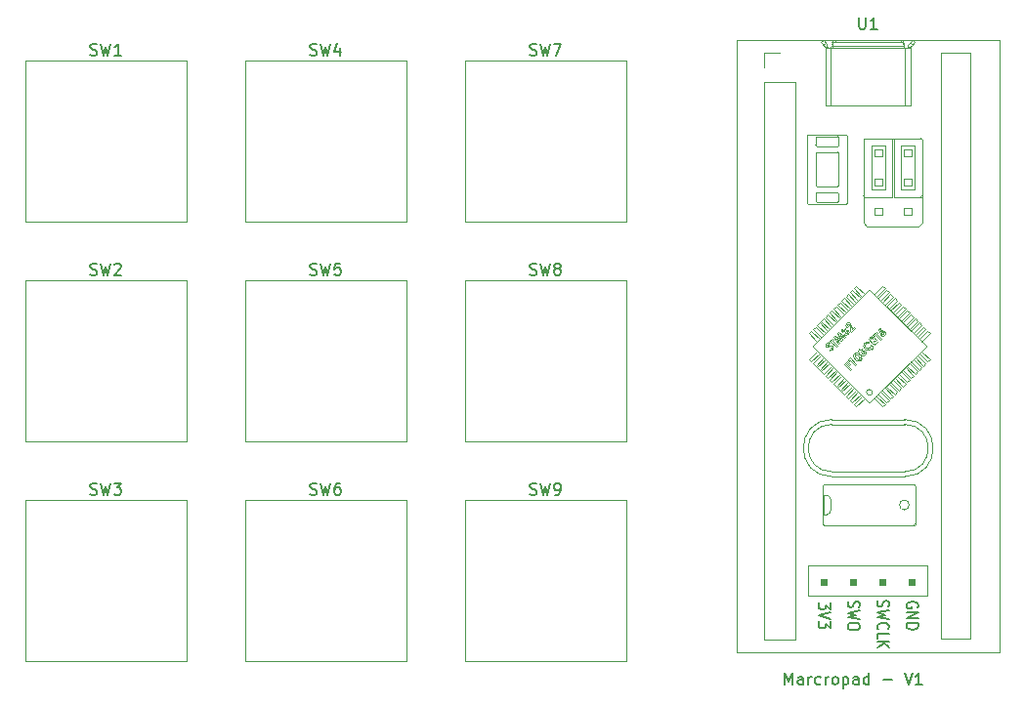
<source format=gbr>
%TF.GenerationSoftware,KiCad,Pcbnew,5.1.8*%
%TF.CreationDate,2021-01-16T11:32:51+01:00*%
%TF.ProjectId,macropad,6d616372-6f70-4616-942e-6b696361645f,rev?*%
%TF.SameCoordinates,Original*%
%TF.FileFunction,Legend,Top*%
%TF.FilePolarity,Positive*%
%FSLAX46Y46*%
G04 Gerber Fmt 4.6, Leading zero omitted, Abs format (unit mm)*
G04 Created by KiCad (PCBNEW 5.1.8) date 2021-01-16 11:32:51*
%MOMM*%
%LPD*%
G01*
G04 APERTURE LIST*
%ADD10C,0.150000*%
%ADD11C,0.120000*%
%ADD12C,0.100000*%
G04 APERTURE END LIST*
D10*
X150281428Y-147452380D02*
X150281428Y-146452380D01*
X150614761Y-147166666D01*
X150948095Y-146452380D01*
X150948095Y-147452380D01*
X151852857Y-147452380D02*
X151852857Y-146928571D01*
X151805238Y-146833333D01*
X151710000Y-146785714D01*
X151519523Y-146785714D01*
X151424285Y-146833333D01*
X151852857Y-147404761D02*
X151757619Y-147452380D01*
X151519523Y-147452380D01*
X151424285Y-147404761D01*
X151376666Y-147309523D01*
X151376666Y-147214285D01*
X151424285Y-147119047D01*
X151519523Y-147071428D01*
X151757619Y-147071428D01*
X151852857Y-147023809D01*
X152329047Y-147452380D02*
X152329047Y-146785714D01*
X152329047Y-146976190D02*
X152376666Y-146880952D01*
X152424285Y-146833333D01*
X152519523Y-146785714D01*
X152614761Y-146785714D01*
X153376666Y-147404761D02*
X153281428Y-147452380D01*
X153090952Y-147452380D01*
X152995714Y-147404761D01*
X152948095Y-147357142D01*
X152900476Y-147261904D01*
X152900476Y-146976190D01*
X152948095Y-146880952D01*
X152995714Y-146833333D01*
X153090952Y-146785714D01*
X153281428Y-146785714D01*
X153376666Y-146833333D01*
X153805238Y-147452380D02*
X153805238Y-146785714D01*
X153805238Y-146976190D02*
X153852857Y-146880952D01*
X153900476Y-146833333D01*
X153995714Y-146785714D01*
X154090952Y-146785714D01*
X154567142Y-147452380D02*
X154471904Y-147404761D01*
X154424285Y-147357142D01*
X154376666Y-147261904D01*
X154376666Y-146976190D01*
X154424285Y-146880952D01*
X154471904Y-146833333D01*
X154567142Y-146785714D01*
X154710000Y-146785714D01*
X154805238Y-146833333D01*
X154852857Y-146880952D01*
X154900476Y-146976190D01*
X154900476Y-147261904D01*
X154852857Y-147357142D01*
X154805238Y-147404761D01*
X154710000Y-147452380D01*
X154567142Y-147452380D01*
X155329047Y-146785714D02*
X155329047Y-147785714D01*
X155329047Y-146833333D02*
X155424285Y-146785714D01*
X155614761Y-146785714D01*
X155710000Y-146833333D01*
X155757619Y-146880952D01*
X155805238Y-146976190D01*
X155805238Y-147261904D01*
X155757619Y-147357142D01*
X155710000Y-147404761D01*
X155614761Y-147452380D01*
X155424285Y-147452380D01*
X155329047Y-147404761D01*
X156662380Y-147452380D02*
X156662380Y-146928571D01*
X156614761Y-146833333D01*
X156519523Y-146785714D01*
X156329047Y-146785714D01*
X156233809Y-146833333D01*
X156662380Y-147404761D02*
X156567142Y-147452380D01*
X156329047Y-147452380D01*
X156233809Y-147404761D01*
X156186190Y-147309523D01*
X156186190Y-147214285D01*
X156233809Y-147119047D01*
X156329047Y-147071428D01*
X156567142Y-147071428D01*
X156662380Y-147023809D01*
X157567142Y-147452380D02*
X157567142Y-146452380D01*
X157567142Y-147404761D02*
X157471904Y-147452380D01*
X157281428Y-147452380D01*
X157186190Y-147404761D01*
X157138571Y-147357142D01*
X157090952Y-147261904D01*
X157090952Y-146976190D01*
X157138571Y-146880952D01*
X157186190Y-146833333D01*
X157281428Y-146785714D01*
X157471904Y-146785714D01*
X157567142Y-146833333D01*
X158805238Y-147071428D02*
X159567142Y-147071428D01*
X160662380Y-146452380D02*
X160995714Y-147452380D01*
X161329047Y-146452380D01*
X162186190Y-147452380D02*
X161614761Y-147452380D01*
X161900476Y-147452380D02*
X161900476Y-146452380D01*
X161805238Y-146595238D01*
X161710000Y-146690476D01*
X161614761Y-146738095D01*
D11*
%TO.C,SW1*%
X84455000Y-93345000D02*
X98425000Y-93345000D01*
X98425000Y-93345000D02*
X98425000Y-107315000D01*
X98425000Y-107315000D02*
X84455000Y-107315000D01*
X84455000Y-107315000D02*
X84455000Y-93345000D01*
%TO.C,SW2*%
X84455000Y-126365000D02*
X84455000Y-112395000D01*
X98425000Y-126365000D02*
X84455000Y-126365000D01*
X98425000Y-112395000D02*
X98425000Y-126365000D01*
X84455000Y-112395000D02*
X98425000Y-112395000D01*
%TO.C,SW3*%
X84455000Y-145415000D02*
X84455000Y-131445000D01*
X98425000Y-145415000D02*
X84455000Y-145415000D01*
X98425000Y-131445000D02*
X98425000Y-145415000D01*
X84455000Y-131445000D02*
X98425000Y-131445000D01*
%TO.C,SW4*%
X103505000Y-107315000D02*
X103505000Y-93345000D01*
X117475000Y-107315000D02*
X103505000Y-107315000D01*
X117475000Y-93345000D02*
X117475000Y-107315000D01*
X103505000Y-93345000D02*
X117475000Y-93345000D01*
%TO.C,SW5*%
X103505000Y-112395000D02*
X117475000Y-112395000D01*
X117475000Y-112395000D02*
X117475000Y-126365000D01*
X117475000Y-126365000D02*
X103505000Y-126365000D01*
X103505000Y-126365000D02*
X103505000Y-112395000D01*
%TO.C,SW6*%
X103505000Y-131445000D02*
X117475000Y-131445000D01*
X117475000Y-131445000D02*
X117475000Y-145415000D01*
X117475000Y-145415000D02*
X103505000Y-145415000D01*
X103505000Y-145415000D02*
X103505000Y-131445000D01*
%TO.C,SW7*%
X122555000Y-93345000D02*
X136525000Y-93345000D01*
X136525000Y-93345000D02*
X136525000Y-107315000D01*
X136525000Y-107315000D02*
X122555000Y-107315000D01*
X122555000Y-107315000D02*
X122555000Y-93345000D01*
%TO.C,SW8*%
X122555000Y-112395000D02*
X136525000Y-112395000D01*
X136525000Y-112395000D02*
X136525000Y-126365000D01*
X136525000Y-126365000D02*
X122555000Y-126365000D01*
X122555000Y-126365000D02*
X122555000Y-112395000D01*
%TO.C,SW9*%
X122555000Y-145415000D02*
X122555000Y-131445000D01*
X136525000Y-145415000D02*
X122555000Y-145415000D01*
X136525000Y-131445000D02*
X136525000Y-145415000D01*
X122555000Y-131445000D02*
X136525000Y-131445000D01*
%TO.C,U1*%
X148530000Y-92650000D02*
X149860000Y-92650000D01*
X148530000Y-93980000D02*
X148530000Y-92650000D01*
X163830000Y-143510000D02*
X163830000Y-92710000D01*
X166370000Y-143510000D02*
X163830000Y-143510000D01*
X166370000Y-92710000D02*
X166370000Y-143510000D01*
X163830000Y-92710000D02*
X166370000Y-92710000D01*
X148530000Y-143570000D02*
X148530000Y-95250000D01*
X151190000Y-143570000D02*
X148530000Y-143570000D01*
X151190000Y-95250000D02*
X151190000Y-143570000D01*
X148530000Y-95250000D02*
X151190000Y-95250000D01*
D12*
G36*
X161043620Y-138275060D02*
G01*
X161043620Y-138783060D01*
X161551620Y-138783060D01*
X161551620Y-138275060D01*
X161043620Y-138275060D01*
G37*
X161043620Y-138275060D02*
X161043620Y-138783060D01*
X161551620Y-138783060D01*
X161551620Y-138275060D01*
X161043620Y-138275060D01*
G36*
X158503620Y-138275060D02*
G01*
X158503620Y-138783060D01*
X159011620Y-138783060D01*
X159011620Y-138275060D01*
X158503620Y-138275060D01*
G37*
X158503620Y-138275060D02*
X158503620Y-138783060D01*
X159011620Y-138783060D01*
X159011620Y-138275060D01*
X158503620Y-138275060D01*
G36*
X155963620Y-138275060D02*
G01*
X155963620Y-138783060D01*
X156471620Y-138783060D01*
X156471620Y-138275060D01*
X155963620Y-138275060D01*
G37*
X155963620Y-138275060D02*
X155963620Y-138783060D01*
X156471620Y-138783060D01*
X156471620Y-138275060D01*
X155963620Y-138275060D01*
G36*
X153423620Y-138275060D02*
G01*
X153423620Y-138783060D01*
X153931620Y-138783060D01*
X153931620Y-138275060D01*
X153423620Y-138275060D01*
G37*
X153423620Y-138275060D02*
X153423620Y-138783060D01*
X153931620Y-138783060D01*
X153931620Y-138275060D01*
X153423620Y-138275060D01*
D11*
X162620000Y-137100000D02*
X152340000Y-137100000D01*
X162620000Y-139760000D02*
X162620000Y-137100000D01*
X152340000Y-139760000D02*
X162620000Y-139760000D01*
X152340000Y-137100000D02*
X152340000Y-139760000D01*
X146105000Y-144685000D02*
X146105000Y-91535000D01*
X168855000Y-144685000D02*
X146105000Y-144685000D01*
X168855000Y-91535000D02*
X168855000Y-144685000D01*
X146105000Y-91535000D02*
X168855000Y-91535000D01*
X157557586Y-117835152D02*
X157415003Y-117856234D01*
X157415003Y-117856234D02*
X157320255Y-117918229D01*
X157909227Y-118051449D02*
X157875512Y-118249237D01*
X157875512Y-118249237D02*
X157784825Y-118378337D01*
X157228786Y-117819323D02*
X157402176Y-117715568D01*
X157402176Y-117715568D02*
X157560667Y-117698639D01*
X155955335Y-116499978D02*
X155940050Y-116348478D01*
X155940050Y-116348478D02*
X155887025Y-116242569D01*
X155747112Y-116241400D02*
X155722298Y-116287327D01*
X155722298Y-116287327D02*
X155725551Y-116339758D01*
X155725551Y-116339758D02*
X155768891Y-116409996D01*
X161176427Y-92251500D02*
X161171486Y-92259669D01*
X161171486Y-92259669D02*
X161169896Y-92260000D01*
X153783572Y-92251500D02*
X153788513Y-92259669D01*
X153788513Y-92259669D02*
X153790103Y-92260000D01*
X154193623Y-118393210D02*
X154284185Y-118403743D01*
X154284185Y-118403743D02*
X154318932Y-118394597D01*
X154318932Y-118394597D02*
X154348515Y-118374300D01*
X154272026Y-118095962D02*
X154378398Y-118114959D01*
X154378398Y-118114959D02*
X154448483Y-118162784D01*
X154142524Y-118103080D02*
X154214997Y-118098084D01*
X154214997Y-118098084D02*
X154272026Y-118095962D01*
X154002080Y-118106692D02*
X154080755Y-118106718D01*
X154080755Y-118106718D02*
X154142524Y-118103080D01*
X153967872Y-118090119D02*
X153985741Y-118102121D01*
X153985741Y-118102121D02*
X154002080Y-118106692D01*
X161065021Y-131882809D02*
G75*
G03*
X161065021Y-131882809I-425876J0D01*
G01*
X155231761Y-116851938D02*
X155191271Y-116780832D01*
X155191271Y-116780832D02*
X155178962Y-116717762D01*
X155178962Y-116717762D02*
X155199459Y-116617095D01*
X155199459Y-116617095D02*
X155246847Y-116551290D01*
X155711842Y-116856081D02*
X155687332Y-116838131D01*
X155687332Y-116838131D02*
X155658451Y-116828751D01*
X155658451Y-116828751D02*
X155598152Y-116833606D01*
X155598152Y-116833606D02*
X155496927Y-116899532D01*
X155408538Y-116811144D02*
X155460222Y-116732287D01*
X155460222Y-116732287D02*
X155465137Y-116685506D01*
X155465137Y-116685506D02*
X155458399Y-116662842D01*
X155458399Y-116662842D02*
X155444871Y-116643503D01*
X157864498Y-122128576D02*
G75*
G03*
X157864498Y-122128576I-250000J0D01*
G01*
X158635457Y-117196037D02*
X158577659Y-117107483D01*
X158577659Y-117107483D02*
X158548449Y-117029140D01*
X157992729Y-117355603D02*
X158042435Y-117435782D01*
X158042435Y-117435782D02*
X158055514Y-117509327D01*
X157904872Y-117934058D02*
X157842608Y-117825031D01*
X157842608Y-117825031D02*
X157839112Y-117725729D01*
X157839112Y-117725729D02*
X157746495Y-117703372D01*
X157746495Y-117703372D02*
X157685282Y-117660075D01*
X157228786Y-117819323D02*
X157402176Y-117715568D01*
X157402176Y-117715568D02*
X157560667Y-117698639D01*
X157557586Y-117835152D02*
X157415003Y-117856234D01*
X157415003Y-117856234D02*
X157320255Y-117918229D01*
X157909227Y-118051449D02*
X157875512Y-118249237D01*
X157875512Y-118249237D02*
X157784825Y-118378337D01*
X156693569Y-118640102D02*
X156653079Y-118568996D01*
X156653079Y-118568996D02*
X156640769Y-118505926D01*
X156640769Y-118505926D02*
X156661266Y-118405259D01*
X156661266Y-118405259D02*
X156708654Y-118339455D01*
X157173649Y-118644246D02*
X157149139Y-118626296D01*
X157149139Y-118626296D02*
X157120258Y-118616916D01*
X157120258Y-118616916D02*
X157059959Y-118621770D01*
X157059959Y-118621770D02*
X156958734Y-118687696D01*
X156870345Y-118599308D02*
X156922029Y-118520451D01*
X156922029Y-118520451D02*
X156926944Y-118473670D01*
X156926944Y-118473670D02*
X156920206Y-118451006D01*
X156920206Y-118451006D02*
X156906678Y-118431667D01*
X156224537Y-118967840D02*
X156232776Y-118843010D01*
X156232776Y-118843010D02*
X156287429Y-118760680D01*
X156287429Y-118760680D02*
X156339733Y-118719572D01*
X156339733Y-118719572D02*
X156401348Y-118694728D01*
X156401348Y-118694728D02*
X156467609Y-118690244D01*
X156467609Y-118690244D02*
X156532570Y-118704603D01*
X156532570Y-118704603D02*
X156648459Y-118769465D01*
X156648459Y-118769465D02*
X156748174Y-118857886D01*
X156748174Y-118857886D02*
X156836220Y-118957084D01*
X156836220Y-118957084D02*
X156901233Y-119072190D01*
X156901233Y-119072190D02*
X156916884Y-119136539D01*
X156916884Y-119136539D02*
X156914126Y-119202564D01*
X156914126Y-119202564D02*
X156889035Y-119263696D01*
X156889035Y-119263696D02*
X156847717Y-119315445D01*
X156847717Y-119315445D02*
X156796418Y-119356557D01*
X156796418Y-119356557D02*
X156736026Y-119382241D01*
X156736026Y-119382241D02*
X156670594Y-119387266D01*
X156670594Y-119387266D02*
X156606271Y-119373761D01*
X156606271Y-119373761D02*
X156491315Y-119310602D01*
X156491315Y-119310602D02*
X156392815Y-119223232D01*
X156392815Y-119223232D02*
X156280801Y-119091107D01*
X156280801Y-119091107D02*
X156224537Y-118967840D01*
X155747112Y-116241400D02*
X155722298Y-116287327D01*
X155722298Y-116287327D02*
X155725551Y-116339758D01*
X155725551Y-116339758D02*
X155768891Y-116409996D01*
X155955335Y-116499978D02*
X155940050Y-116348478D01*
X155940050Y-116348478D02*
X155887025Y-116242569D01*
X155231761Y-116851938D02*
X155191271Y-116780832D01*
X155191271Y-116780832D02*
X155178962Y-116717762D01*
X155178962Y-116717762D02*
X155199459Y-116617095D01*
X155199459Y-116617095D02*
X155246847Y-116551290D01*
X155711842Y-116856081D02*
X155687332Y-116838131D01*
X155687332Y-116838131D02*
X155658451Y-116828751D01*
X155658451Y-116828751D02*
X155598152Y-116833606D01*
X155598152Y-116833606D02*
X155496927Y-116899532D01*
X155408538Y-116811144D02*
X155460222Y-116732287D01*
X155460222Y-116732287D02*
X155465137Y-116685506D01*
X155465137Y-116685506D02*
X155458399Y-116662842D01*
X155458399Y-116662842D02*
X155444871Y-116643503D01*
X153967872Y-118090119D02*
X153985741Y-118102121D01*
X153985741Y-118102121D02*
X154002080Y-118106692D01*
X154002080Y-118106692D02*
X154080755Y-118106718D01*
X154080755Y-118106718D02*
X154142524Y-118103080D01*
X154142524Y-118103080D02*
X154214997Y-118098084D01*
X154214997Y-118098084D02*
X154272026Y-118095962D01*
X154272026Y-118095962D02*
X154378398Y-118114959D01*
X154378398Y-118114959D02*
X154448483Y-118162784D01*
X154193623Y-118393210D02*
X154284185Y-118403743D01*
X154284185Y-118403743D02*
X154318932Y-118394597D01*
X154318932Y-118394597D02*
X154348515Y-118374300D01*
X156652987Y-118953074D02*
X156531389Y-118852563D01*
X156531389Y-118852563D02*
X156457089Y-118827809D01*
X156457089Y-118827809D02*
X156418056Y-118832479D01*
X156418056Y-118832479D02*
X156384953Y-118853531D01*
X156384953Y-118853531D02*
X156362581Y-118887552D01*
X156362581Y-118887552D02*
X156356047Y-118927725D01*
X156356047Y-118927725D02*
X156383847Y-119003989D01*
X156383847Y-119003989D02*
X156489064Y-119129107D01*
X156489064Y-119129107D02*
X156608762Y-119226368D01*
X156608762Y-119226368D02*
X156682121Y-119248209D01*
X156682121Y-119248209D02*
X156720038Y-119241859D01*
X156720038Y-119241859D02*
X156752105Y-119220682D01*
X156773777Y-119126132D02*
X156715817Y-119022677D01*
X156715817Y-119022677D02*
X156652987Y-118953074D01*
X157992729Y-117355603D02*
X158042435Y-117435782D01*
X158042435Y-117435782D02*
X158055514Y-117509327D01*
X157839112Y-117725729D02*
X157746495Y-117703372D01*
X157746495Y-117703372D02*
X157685282Y-117660075D01*
X157904872Y-117934058D02*
X157842608Y-117825031D01*
X157842608Y-117825031D02*
X157839112Y-117725729D01*
X156870345Y-118599308D02*
X156922029Y-118520451D01*
X156922029Y-118520451D02*
X156926944Y-118473670D01*
X156926944Y-118473670D02*
X156920206Y-118451006D01*
X156920206Y-118451006D02*
X156906678Y-118431667D01*
X157173649Y-118644246D02*
X157149139Y-118626296D01*
X157149139Y-118626296D02*
X157120258Y-118616916D01*
X157120258Y-118616916D02*
X157059959Y-118621770D01*
X157059959Y-118621770D02*
X156958734Y-118687696D01*
X156640769Y-118505926D02*
X156661266Y-118405259D01*
X156661266Y-118405259D02*
X156708654Y-118339455D01*
X156693569Y-118640102D02*
X156653079Y-118568996D01*
X156653079Y-118568996D02*
X156640769Y-118505926D01*
X156224537Y-118967840D02*
X156232776Y-118843010D01*
X156232776Y-118843010D02*
X156287429Y-118760680D01*
X156392815Y-119223232D02*
X156280801Y-119091107D01*
X156280801Y-119091107D02*
X156224537Y-118967840D01*
X156847717Y-119315445D02*
X156796418Y-119356557D01*
X156796418Y-119356557D02*
X156736026Y-119382241D01*
X156736026Y-119382241D02*
X156670594Y-119387266D01*
X156670594Y-119387266D02*
X156606271Y-119373761D01*
X156606271Y-119373761D02*
X156491315Y-119310602D01*
X156491315Y-119310602D02*
X156392815Y-119223232D01*
X156748174Y-118857886D02*
X156836220Y-118957084D01*
X156836220Y-118957084D02*
X156901233Y-119072190D01*
X156901233Y-119072190D02*
X156916884Y-119136539D01*
X156916884Y-119136539D02*
X156914126Y-119202564D01*
X156914126Y-119202564D02*
X156889035Y-119263696D01*
X156889035Y-119263696D02*
X156847717Y-119315445D01*
X156287429Y-118760680D02*
X156339733Y-118719572D01*
X156339733Y-118719572D02*
X156401348Y-118694728D01*
X156401348Y-118694728D02*
X156467609Y-118690244D01*
X156467609Y-118690244D02*
X156532570Y-118704603D01*
X156532570Y-118704603D02*
X156648459Y-118769465D01*
X156648459Y-118769465D02*
X156748174Y-118857886D01*
X156384953Y-118853531D02*
X156362581Y-118887552D01*
X156362581Y-118887552D02*
X156356047Y-118927725D01*
X156356047Y-118927725D02*
X156383847Y-119003989D01*
X156383847Y-119003989D02*
X156489064Y-119129107D01*
X156652987Y-118953074D02*
X156531389Y-118852563D01*
X156531389Y-118852563D02*
X156457089Y-118827809D01*
X156457089Y-118827809D02*
X156418056Y-118832479D01*
X156418056Y-118832479D02*
X156384953Y-118853531D01*
X156773777Y-119126132D02*
X156715817Y-119022677D01*
X156715817Y-119022677D02*
X156652987Y-118953074D01*
X156489064Y-119129107D02*
X156608762Y-119226368D01*
X156608762Y-119226368D02*
X156682121Y-119248209D01*
X156682121Y-119248209D02*
X156720038Y-119241859D01*
X156720038Y-119241859D02*
X156752105Y-119220682D01*
X158635457Y-117196037D02*
X158577659Y-117107483D01*
X158577659Y-117107483D02*
X158548449Y-117029140D01*
X160320000Y-100760000D02*
X161520000Y-100760000D01*
X160320000Y-104500000D02*
X160320000Y-100760000D01*
X159750000Y-100101400D02*
X159750000Y-105170000D01*
X162090000Y-105170000D02*
X159750000Y-105170000D01*
X162190000Y-100190000D02*
X162190000Y-105070000D01*
X161520000Y-104500000D02*
X160320000Y-104500000D01*
X161520000Y-100760000D02*
X161520000Y-104500000D01*
X155925270Y-120210695D02*
X155394940Y-119680365D01*
X156020458Y-120115508D02*
X155925270Y-120210695D01*
X155782489Y-119877539D02*
X156020458Y-120115508D01*
X155945667Y-119714361D02*
X155782489Y-119877539D01*
X155850480Y-119619173D02*
X155945667Y-119714361D01*
X155687301Y-119782352D02*
X155850480Y-119619173D01*
X155585315Y-119680365D02*
X155687301Y-119782352D01*
X155748493Y-119517187D02*
X155585315Y-119680365D01*
X155653306Y-119421999D02*
X155748493Y-119517187D01*
X155394940Y-119680365D02*
X155653306Y-119421999D01*
X159550000Y-105170000D02*
X157210000Y-105170000D01*
X157780000Y-100760000D02*
X158980000Y-100760000D01*
X157780000Y-104500000D02*
X157780000Y-100760000D01*
X157210000Y-100090000D02*
X162090000Y-100090000D01*
X158980000Y-100760000D02*
X158980000Y-104500000D01*
X159550000Y-105170000D02*
X159550000Y-100101400D01*
X158980000Y-104500000D02*
X157780000Y-104500000D01*
X157110000Y-105070000D02*
X157110000Y-100190000D01*
X157109000Y-100482003D02*
X157109000Y-100671106D01*
X157109000Y-101294503D02*
X157109000Y-101339375D01*
X157109000Y-101211170D02*
X157109000Y-101245124D01*
X157560667Y-117698639D02*
X157557586Y-117835152D01*
X157770483Y-118048049D02*
X157909227Y-118051449D01*
X154096311Y-117729023D02*
X154381874Y-117443460D01*
X154381874Y-117443460D02*
X154477061Y-117538648D01*
X154477061Y-117538648D02*
X154381874Y-117633835D01*
X154381874Y-117633835D02*
X154817016Y-118068978D01*
X154817016Y-118068978D02*
X154721829Y-118164165D01*
X154721829Y-118164165D02*
X154286686Y-117729023D01*
X154286686Y-117729023D02*
X154191499Y-117824210D01*
X154191499Y-117824210D02*
X154096311Y-117729023D01*
X155768891Y-116409996D02*
X155673703Y-116505184D01*
X156092273Y-116490098D02*
X156100347Y-116608870D01*
X156100347Y-116608870D02*
X156278823Y-116430394D01*
X156278823Y-116430394D02*
X156367212Y-116518782D01*
X156367212Y-116518782D02*
X156013658Y-116872336D01*
X156013658Y-116872336D02*
X155965427Y-116824104D01*
X155965427Y-116824104D02*
X155955335Y-116499978D01*
X154367950Y-124902588D02*
X160667950Y-124902588D01*
X160667950Y-129002588D02*
X154367950Y-129002588D01*
X160667950Y-124477588D02*
X154367950Y-124477588D01*
X154367950Y-129427588D02*
X160667950Y-129427588D01*
X154380000Y-92095431D02*
X160580000Y-92095431D01*
X154380000Y-91814789D02*
X154380000Y-92160000D01*
X160330000Y-91753395D02*
X154630000Y-91753395D01*
X160580000Y-91814789D02*
X160580000Y-92160000D01*
X160330000Y-91753395D02*
X160330000Y-91610000D01*
X154630000Y-91753395D02*
X154630000Y-91610000D01*
X160330000Y-91610000D02*
X154630000Y-91610000D01*
X160618464Y-92238825D02*
X154341535Y-92238825D01*
X154280000Y-92260000D02*
X154283589Y-92259936D01*
X160680000Y-92260000D02*
X160676410Y-92259936D01*
X160676410Y-92259936D02*
X160676410Y-97270000D01*
X161169896Y-92260000D02*
X160680000Y-92260000D01*
X161176410Y-92254425D02*
X161176427Y-92251500D01*
X161176410Y-92254425D02*
X161176410Y-97260000D01*
X153790103Y-92260000D02*
X154280000Y-92260000D01*
X161176410Y-97260000D02*
X153783589Y-97260000D01*
X153783589Y-92254425D02*
X153783589Y-97260000D01*
X153783589Y-92254425D02*
X153783572Y-92251500D01*
X154283589Y-92259936D02*
X154283589Y-97270000D01*
X160930011Y-97270000D02*
X154029988Y-97270000D01*
X160939271Y-92160000D02*
X161194927Y-92160000D01*
X160930011Y-92260000D02*
X160930011Y-92255785D01*
X154029988Y-92260000D02*
X154029988Y-92255785D01*
X154020728Y-92160000D02*
X153765072Y-92160000D01*
X161054857Y-91925241D02*
X161332612Y-91610000D01*
X161352215Y-91960469D02*
X161167340Y-91797578D01*
X161332612Y-91610000D02*
X161517487Y-91772892D01*
X161517487Y-91772892D02*
X161238833Y-92089153D01*
X153442512Y-91772892D02*
X153721166Y-92089153D01*
X153627387Y-91610000D02*
X153442512Y-91772892D01*
X153905142Y-91925241D02*
X153627387Y-91610000D01*
X153607784Y-91960469D02*
X153792659Y-91797578D01*
X155617533Y-99782277D02*
X152317533Y-99782277D01*
X152317533Y-105782277D02*
X155617533Y-105782277D01*
X152217533Y-99882277D02*
X152217533Y-105682277D01*
X155717533Y-105682277D02*
X155717533Y-99882277D01*
X152967533Y-100682277D02*
X152967533Y-100032277D01*
X154967533Y-100032277D02*
X154967533Y-100682277D01*
X153067533Y-99932277D02*
X154867533Y-99932277D01*
X154867533Y-100782277D02*
X153067533Y-100782277D01*
X154967533Y-101382277D02*
X154967533Y-104182277D01*
X152967533Y-104182277D02*
X152967533Y-101382277D01*
X153067533Y-101282277D02*
X154867533Y-101282277D01*
X154867533Y-104282277D02*
X153067533Y-104282277D01*
X152967533Y-105532277D02*
X152967533Y-104882277D01*
X154867533Y-105632277D02*
X153067533Y-105632277D01*
X153067533Y-104782277D02*
X154867533Y-104782277D01*
X154967533Y-104882277D02*
X154967533Y-105532277D01*
X155622017Y-99782378D02*
X155617533Y-99782277D01*
X154160159Y-118527174D02*
X154193623Y-118393210D01*
X154112778Y-117854275D02*
X154106722Y-117990576D01*
X153880774Y-131041767D02*
X153694188Y-131041767D01*
X153694188Y-132723851D02*
X153880774Y-132723851D01*
X154280774Y-131441767D02*
X154280774Y-132323851D01*
X153587720Y-130232190D02*
X153587718Y-130232809D01*
X153671800Y-132523851D02*
X153671800Y-131241767D01*
X153587718Y-130232809D02*
X153587718Y-133532809D01*
X161488337Y-130132811D02*
X161487718Y-130132809D01*
X153687718Y-130132809D02*
X153687100Y-130132811D01*
X153687718Y-130132809D02*
X161487718Y-130132809D01*
X161587718Y-130232809D02*
X161587717Y-130232190D01*
X161587718Y-130232809D02*
X161587718Y-133532809D01*
X153687100Y-133632807D02*
X153687718Y-133632809D01*
X153687718Y-133632809D02*
X161487718Y-133632809D01*
X161487718Y-133632809D02*
X161488337Y-133632807D01*
X160087718Y-130122809D02*
X160587718Y-130122809D01*
X155087718Y-130122809D02*
X154587718Y-130122809D01*
X161488666Y-133632804D02*
X161487718Y-133632809D01*
X159191472Y-100089000D02*
X159002369Y-100089000D01*
X161238198Y-103581801D02*
X161238198Y-104218198D01*
X160601801Y-101678198D02*
X160601801Y-101041801D01*
X158698198Y-106121801D02*
X158698198Y-106758198D01*
X158061801Y-106121801D02*
X158698198Y-106121801D01*
X161238198Y-101041801D02*
X161238198Y-101678198D01*
X158698198Y-103581801D02*
X158698198Y-104218198D01*
X158061801Y-103581801D02*
X158698198Y-103581801D01*
X158061801Y-104218198D02*
X158061801Y-103581801D01*
X161238198Y-101678198D02*
X160601801Y-101678198D01*
X160601801Y-104218198D02*
X160601801Y-103581801D01*
X158061801Y-106758198D02*
X158061801Y-106121801D01*
X160601801Y-106758198D02*
X160601801Y-106121801D01*
X160601801Y-103581801D02*
X161238198Y-103581801D01*
X161238198Y-106121801D02*
X161238198Y-106758198D01*
X160601801Y-106121801D02*
X161238198Y-106121801D01*
X158698198Y-106758198D02*
X158061801Y-106758198D01*
X161238198Y-106758198D02*
X160601801Y-106758198D01*
X158698198Y-101678198D02*
X158061801Y-101678198D01*
X158061801Y-101678198D02*
X158061801Y-101041801D01*
X157410000Y-107710000D02*
X161890000Y-107710000D01*
X162190000Y-107410000D02*
X162190000Y-105470000D01*
X161890000Y-107710000D02*
X162190000Y-107410000D01*
X162190000Y-105470000D02*
X162190000Y-105070000D01*
X157110000Y-105070000D02*
X157110000Y-105470000D01*
X157110000Y-107410000D02*
X157410000Y-107710000D01*
X157110000Y-105470000D02*
X157110000Y-107410000D01*
X158698198Y-104218198D02*
X158061801Y-104218198D01*
X161238198Y-104218198D02*
X160601801Y-104218198D01*
X158698198Y-101041801D02*
X158698198Y-101678198D01*
X158061801Y-101041801D02*
X158698198Y-101041801D01*
X160601801Y-101041801D02*
X161238198Y-101041801D01*
X155326949Y-116756751D02*
X155231761Y-116851938D01*
X155442534Y-117117103D02*
X155537721Y-117021916D01*
X155496927Y-116899532D02*
X155408538Y-116811144D01*
X155952466Y-119122839D02*
X156482797Y-119653169D01*
X155035862Y-117850132D02*
X154939400Y-117946594D01*
X154939400Y-117946594D02*
X154498627Y-117326707D01*
X154757418Y-117458652D02*
X155035862Y-117850132D01*
X155202015Y-117683979D02*
X154757418Y-117458652D01*
X155294866Y-117591128D02*
X155202015Y-117683979D01*
X155070177Y-117145893D02*
X155294866Y-117591128D01*
X155461762Y-117424231D02*
X155070177Y-117145893D01*
X155558118Y-117327875D02*
X155461762Y-117424231D01*
X154938125Y-116887209D02*
X155558118Y-117327875D01*
X154840282Y-116985052D02*
X154938125Y-116887209D01*
X155088343Y-117476818D02*
X154840282Y-116985052D01*
X154597426Y-117227907D02*
X155088343Y-117476818D01*
X154498627Y-117326707D02*
X154597426Y-117227907D01*
X155836882Y-119415200D02*
X155805330Y-119269976D01*
X155945667Y-119306415D02*
X155836882Y-119415200D01*
X156387609Y-119748356D02*
X155945667Y-119306415D01*
X156482797Y-119653169D02*
X156387609Y-119748356D01*
X155805330Y-119269976D02*
X155952466Y-119122839D01*
X157564498Y-123028324D02*
X157664498Y-123028324D01*
X152714750Y-118178576D02*
X157564498Y-123028324D01*
X157564498Y-113228829D02*
X152714750Y-118078576D01*
X162514245Y-118178576D02*
X157664498Y-123028324D01*
X162514245Y-118078576D02*
X157664498Y-113228829D01*
X152714750Y-118178576D02*
X152714750Y-118078576D01*
X157664498Y-113228829D02*
X157564498Y-113228829D01*
X162514245Y-118078576D02*
X162514245Y-118178576D01*
X153442568Y-120320607D02*
X154149674Y-119613500D01*
X153796121Y-120674161D02*
X154503228Y-119967054D01*
X159806529Y-122300506D02*
X159099422Y-121593399D01*
X154008253Y-115370860D02*
X154715360Y-116077967D01*
X152594039Y-119472079D02*
X153301146Y-118764972D01*
X161786428Y-115936545D02*
X161079321Y-116643652D01*
X160018661Y-114168778D02*
X159311554Y-114875885D01*
X161574296Y-120532739D02*
X160867189Y-119825632D01*
X153796121Y-115582992D02*
X154503228Y-116290099D01*
X158745868Y-123361166D02*
X158038762Y-122654060D01*
X160018661Y-122088374D02*
X159311554Y-121381267D01*
X154503228Y-114875885D02*
X155210334Y-115582992D01*
X161574296Y-115724413D02*
X160867189Y-116431520D01*
X162493534Y-116643652D02*
X161786428Y-117350759D01*
X152381907Y-119259947D02*
X153089014Y-118552840D01*
X162634956Y-116785073D02*
X161927849Y-117492180D01*
X155422467Y-113956646D02*
X156129573Y-114663753D01*
X160513635Y-121593399D02*
X159806529Y-120886293D01*
X156129573Y-123007613D02*
X156836680Y-122300506D01*
X156483127Y-123361166D02*
X157190233Y-122654060D01*
X156129573Y-113249539D02*
X156836680Y-113956646D01*
X158745868Y-112895986D02*
X158038762Y-113603093D01*
X155210334Y-114168778D02*
X155917441Y-114875885D01*
X160160082Y-121946953D02*
X159452975Y-121239846D01*
X159099422Y-123007613D02*
X158392315Y-122300506D01*
X154715360Y-114663753D02*
X155422467Y-115370860D01*
X159806529Y-113956646D02*
X159099422Y-114663753D01*
X153654700Y-115724413D02*
X154361806Y-116431520D01*
X162847088Y-116997205D02*
X162139981Y-117704312D01*
X159452975Y-122654060D02*
X158745868Y-121946953D01*
X155917441Y-122795481D02*
X156624548Y-122088374D01*
X155068913Y-114310200D02*
X155776020Y-115017306D01*
X159311554Y-113461671D02*
X158604447Y-114168778D01*
X161220742Y-120886293D02*
X160513635Y-120179186D01*
X156270995Y-123149034D02*
X156978101Y-122441928D01*
X162634956Y-119472079D02*
X161927849Y-118764972D01*
X162847088Y-119259947D02*
X162139981Y-118552840D01*
X162281402Y-116431520D02*
X161574296Y-117138627D01*
X161786428Y-120320607D02*
X161079321Y-119613500D01*
X155776020Y-122654060D02*
X156483127Y-121946953D01*
X159452975Y-113603093D02*
X158745868Y-114310200D01*
X154503228Y-121381267D02*
X155210334Y-120674161D01*
X160513635Y-114663753D02*
X159806529Y-115370860D01*
X160725767Y-114875885D02*
X160018661Y-115582992D01*
X159311554Y-122795481D02*
X158604447Y-122088374D01*
X154149674Y-121027714D02*
X154856781Y-120320607D01*
X152735461Y-116643652D02*
X153442568Y-117350759D01*
X160867189Y-121239846D02*
X160160082Y-120532739D01*
X155563888Y-113815225D02*
X156270995Y-114522332D01*
X161432874Y-120674161D02*
X160725767Y-119967054D01*
X154856781Y-114522332D02*
X155563888Y-115229438D01*
X154715360Y-121593399D02*
X155422467Y-120886293D01*
X161079321Y-115229438D02*
X160372214Y-115936545D01*
X161220742Y-115370860D02*
X160513635Y-116077967D01*
X161432874Y-115582992D02*
X160725767Y-116290099D01*
X152735461Y-119613500D02*
X153442568Y-118906394D01*
X155210334Y-122088374D02*
X155917441Y-121381267D01*
X155776020Y-113603093D02*
X156483127Y-114310200D01*
X160372214Y-114522332D02*
X159665107Y-115229438D01*
X153654700Y-120532739D02*
X154361806Y-119825632D01*
X154361806Y-115017306D02*
X155068913Y-115724413D01*
X162139981Y-116290099D02*
X161432874Y-116997205D01*
X152594039Y-116785073D02*
X153301146Y-117492180D01*
X156270995Y-113108118D02*
X156978101Y-113815225D01*
X153089014Y-119967054D02*
X153796121Y-119259947D01*
X152947593Y-119825632D02*
X153654700Y-119118526D01*
X161927849Y-120179186D02*
X161220742Y-119472079D01*
X153301146Y-116077967D02*
X154008253Y-116785073D01*
X154008253Y-120886293D02*
X154715360Y-120179186D01*
X159665107Y-113815225D02*
X158958000Y-114522332D01*
X155422467Y-122300506D02*
X156129573Y-121593399D01*
X160160082Y-114310200D02*
X159452975Y-115017306D01*
X154149674Y-115229438D02*
X154856781Y-115936545D01*
X154856781Y-121734821D02*
X155563888Y-121027714D01*
X155563888Y-122441928D02*
X156270995Y-121734821D01*
X161079321Y-121027714D02*
X160372214Y-120320607D01*
X159665107Y-122441928D02*
X158958000Y-121734821D01*
X156483127Y-112895986D02*
X157190233Y-113603093D01*
X152947593Y-116431520D02*
X153654700Y-117138627D01*
X162281402Y-119825632D02*
X161574296Y-119118526D01*
X160372214Y-121734821D02*
X159665107Y-121027714D01*
X153442568Y-115936545D02*
X154149674Y-116643652D01*
X158958000Y-123149034D02*
X158250894Y-122441928D01*
X162139981Y-119967054D02*
X161432874Y-119259947D01*
X155917441Y-113461671D02*
X156624548Y-114168778D01*
X158958000Y-113108118D02*
X158250894Y-113815225D01*
X153089014Y-116290099D02*
X153796121Y-116997205D01*
X154361806Y-121239846D02*
X155068913Y-120532739D01*
X161927849Y-116077967D02*
X161220742Y-116785073D01*
X153301146Y-120179186D02*
X154008253Y-119472079D01*
X160725767Y-121381267D02*
X160018661Y-120674161D01*
X159099422Y-113249539D02*
X158392315Y-113956646D01*
X155068913Y-121946953D02*
X155776020Y-121239846D01*
X160867189Y-115017306D02*
X160160082Y-115724413D01*
X162493534Y-119613500D02*
X161786428Y-118906394D01*
X152381907Y-116997205D02*
X153089014Y-117704312D01*
X160372214Y-121734821D02*
X160160082Y-121946953D01*
X152947593Y-119825632D02*
X152735461Y-119613500D01*
X155068913Y-121946953D02*
X154856781Y-121734821D01*
X160018661Y-114168778D02*
X159806529Y-113956646D01*
X155068913Y-114310200D02*
X154856781Y-114522332D01*
X162493534Y-116643652D02*
X162281402Y-116431520D01*
X160018661Y-122088374D02*
X159806529Y-122300506D01*
X161786428Y-120320607D02*
X161574296Y-120532739D01*
X154715360Y-121593399D02*
X154503228Y-121381267D01*
X162139981Y-119967054D02*
X161927849Y-120179186D01*
X155776020Y-122654060D02*
X155563888Y-122441928D01*
X152594039Y-116785073D02*
X152381907Y-116997205D01*
X155422467Y-113956646D02*
X155210334Y-114168778D01*
X162847088Y-119259947D02*
X162634956Y-119472079D01*
X152594039Y-119472079D02*
X152381907Y-119259947D01*
X154008253Y-115370860D02*
X153796121Y-115582992D01*
X159665107Y-122441928D02*
X159452975Y-122654060D01*
X154008253Y-120886293D02*
X153796121Y-120674161D01*
X161432874Y-115582992D02*
X161220742Y-115370860D01*
X159665107Y-113815225D02*
X159452975Y-113603093D01*
X160372214Y-114522332D02*
X160160082Y-114310200D01*
X162139981Y-116290099D02*
X161927849Y-116077967D01*
X156129573Y-113249539D02*
X155917441Y-113461671D01*
X155422467Y-122300506D02*
X155210334Y-122088374D01*
X161786428Y-115936545D02*
X161574296Y-115724413D01*
X161432874Y-120674161D02*
X161220742Y-120886293D01*
X161079321Y-115229438D02*
X160867189Y-115017306D01*
X154361806Y-115017306D02*
X154149674Y-115229438D01*
X153654700Y-115724413D02*
X153442568Y-115936545D01*
X162847088Y-116997205D02*
X162634956Y-116785073D01*
X153301146Y-116077967D02*
X153089014Y-116290099D01*
X160725767Y-121381267D02*
X160513635Y-121593399D01*
X158958000Y-113108118D02*
X158745868Y-112895986D01*
X160725767Y-114875885D02*
X160513635Y-114663753D01*
X153654700Y-120532739D02*
X153442568Y-120320607D01*
X158958000Y-123149034D02*
X158745868Y-123361166D01*
X155776020Y-113603093D02*
X155563888Y-113815225D01*
X161079321Y-121027714D02*
X160867189Y-121239846D01*
X156129573Y-123007613D02*
X155917441Y-122795481D01*
X159311554Y-113461671D02*
X159099422Y-113249539D01*
X153301146Y-120179186D02*
X153089014Y-119967054D01*
X162493534Y-119613500D02*
X162281402Y-119825632D01*
X154361806Y-121239846D02*
X154149674Y-121027714D01*
X156483127Y-112895986D02*
X156270995Y-113108118D01*
X154715360Y-114663753D02*
X154503228Y-114875885D01*
X159311554Y-122795481D02*
X159099422Y-123007613D01*
X152947593Y-116431520D02*
X152735461Y-116643652D01*
X156483127Y-123361166D02*
X156270995Y-123149034D01*
X158019394Y-117246286D02*
X157924207Y-117151099D01*
X158114581Y-117151099D02*
X158019394Y-117246286D01*
X158549724Y-117586241D02*
X158114581Y-117151099D01*
X158644912Y-117491054D02*
X158549724Y-117586241D01*
X158209769Y-117055911D02*
X158644912Y-117491054D01*
X158304956Y-116960724D02*
X158209769Y-117055911D01*
X158209769Y-116865536D02*
X158304956Y-116960724D01*
X157924207Y-117151099D02*
X158209769Y-116865536D01*
X156958734Y-118687696D02*
X156870345Y-118599308D01*
X156904341Y-118905267D02*
X156999528Y-118810080D01*
X156788756Y-118544915D02*
X156693569Y-118640102D01*
X158418416Y-116629692D02*
X158545368Y-116588154D01*
X158545368Y-116588154D02*
X158634607Y-116862243D01*
X158548449Y-117029140D02*
X158418416Y-116629692D01*
X154967533Y-100682277D02*
X154867533Y-100782277D01*
X156773777Y-119126132D02*
G75*
G02*
X156752105Y-119220682I-86999J-29818D01*
G01*
X158003884Y-117669743D02*
G75*
G02*
X158163556Y-117662413I83381J-73551D01*
G01*
X157991454Y-117830265D02*
G75*
G02*
X158003884Y-117669743I85459J74125D01*
G01*
X158152295Y-117820491D02*
G75*
G02*
X157991454Y-117830265I-85101J72131D01*
G01*
X158163557Y-117662413D02*
G75*
G02*
X158152295Y-117820492I-76930J-73960D01*
G01*
X157783232Y-117455253D02*
G75*
G02*
X157902109Y-117455359I59390J-54157D01*
G01*
X157787268Y-117571688D02*
G75*
G02*
X157783231Y-117455252I52612J60112D01*
G01*
X157907421Y-117575831D02*
G75*
G02*
X157787268Y-117571687I-58093J59580D01*
G01*
X157902109Y-117455359D02*
G75*
G02*
X157907421Y-117575830I-53569J-62715D01*
G01*
X158861951Y-116960192D02*
G75*
G02*
X158868326Y-117104461I-67280J-75248D01*
G01*
X158868326Y-117104460D02*
G75*
G02*
X158725970Y-117096175I-67058J74927D01*
G01*
X158725971Y-117096174D02*
G75*
G02*
X158718427Y-116955200I64740J74153D01*
G01*
X158718427Y-116955200D02*
G75*
G02*
X158861952Y-116960193I69397J-70493D01*
G01*
X156803204Y-118435280D02*
G75*
G02*
X156906678Y-118431667I53417J-46311D01*
G01*
X157173649Y-118644245D02*
G75*
G02*
X157167594Y-118805193I-79814J-77585D01*
G01*
X157167593Y-118805193D02*
G75*
G02*
X156999528Y-118810080I-86530J83460D01*
G01*
X157257575Y-118905586D02*
G75*
G02*
X156904341Y-118905267I-176464J169650D01*
G01*
X157269792Y-118550015D02*
G75*
G02*
X157257576Y-118905586I-176853J-171919D01*
G01*
X157035968Y-118512513D02*
G75*
G02*
X157269793Y-118550014I92758J-169355D01*
G01*
X156995810Y-118330425D02*
G75*
G02*
X157035967Y-118512513I-122238J-122430D01*
G01*
X156708655Y-118339455D02*
G75*
G02*
X156995810Y-118330425I148000J-136122D01*
G01*
X156788756Y-118544915D02*
G75*
G02*
X156803204Y-118435279I80733J45131D01*
G01*
X157690381Y-117357727D02*
G75*
G02*
X157992729Y-117355603I152180J-142157D01*
G01*
X157685282Y-117660076D02*
G75*
G02*
X157690381Y-117357728I143427J148798D01*
G01*
X158248438Y-117914723D02*
G75*
G02*
X157904872Y-117934058I-180054J137298D01*
G01*
X158265224Y-117573706D02*
G75*
G02*
X158248439Y-117914723I-161978J-162949D01*
G01*
X158055515Y-117509327D02*
G75*
G02*
X158265224Y-117573706I46184J-223304D01*
G01*
X158965320Y-117197842D02*
G75*
G02*
X158635457Y-117196037I-164030J165584D01*
G01*
X158962558Y-116870423D02*
G75*
G02*
X158965319Y-117197843I-159052J-165063D01*
G01*
X158634607Y-116862243D02*
G75*
G02*
X158962557Y-116870423I159994J-163695D01*
G01*
X155326949Y-116756751D02*
G75*
G02*
X155341397Y-116647115I80733J45131D01*
G01*
X155341397Y-116647116D02*
G75*
G02*
X155444871Y-116643503I53417J-46311D01*
G01*
X155711842Y-116856081D02*
G75*
G02*
X155705786Y-117017029I-79814J-77585D01*
G01*
X155705786Y-117017029D02*
G75*
G02*
X155537721Y-117021916I-86530J83460D01*
G01*
X155795769Y-117117422D02*
G75*
G02*
X155442534Y-117117103I-176465J169651D01*
G01*
X155807986Y-116761851D02*
G75*
G02*
X155795768Y-117117422I-176854J-171918D01*
G01*
X155574161Y-116724349D02*
G75*
G02*
X155807986Y-116761850I92758J-169355D01*
G01*
X155534003Y-116542261D02*
G75*
G02*
X155574160Y-116724349I-122238J-122430D01*
G01*
X155246846Y-116551290D02*
G75*
G02*
X155534003Y-116542260I148001J-136123D01*
G01*
X153694188Y-132723851D02*
G75*
G02*
X153671800Y-132523851I422948J148598D01*
G01*
X153671801Y-131241767D02*
G75*
G02*
X153694188Y-131041767I463456J49374D01*
G01*
X161488337Y-130132810D02*
G75*
G02*
X161587717Y-130232190I-619J-99999D01*
G01*
X153687099Y-133632807D02*
G75*
G02*
X153587720Y-133533428I619J99998D01*
G01*
X153587720Y-130232189D02*
G75*
G02*
X153687100Y-130132811I99998J-620D01*
G01*
X161587716Y-133533428D02*
G75*
G02*
X161488337Y-133632807I-99998J619D01*
G01*
X154280774Y-132323851D02*
G75*
G02*
X153880774Y-132723851I-400000J0D01*
G01*
X153880774Y-131041767D02*
G75*
G02*
X154280774Y-131441767I0J-400000D01*
G01*
X153976053Y-118012461D02*
G75*
G02*
X154106722Y-117990576I84783J-105181D01*
G01*
X153967872Y-118090118D02*
G75*
G02*
X153976052Y-118012460I43125J34717D01*
G01*
X154448483Y-118162784D02*
G75*
G02*
X154440197Y-118472993I-148378J-151252D01*
G01*
X154440197Y-118472993D02*
G75*
G02*
X154160159Y-118527174I-179110J174957D01*
G01*
X154358820Y-118263497D02*
G75*
G02*
X154348515Y-118374300I-61156J-50193D01*
G01*
X154197023Y-118242355D02*
G75*
G02*
X154358820Y-118263496I55616J-204064D01*
G01*
X154197023Y-118242355D02*
G75*
G02*
X153877253Y-118189874I-108634J338518D01*
G01*
X153877252Y-118189875D02*
G75*
G02*
X153881927Y-117916210I136546J134540D01*
G01*
X153881927Y-117916211D02*
G75*
G02*
X154112778Y-117854275I175251J-192017D01*
G01*
X152967533Y-104882277D02*
G75*
G02*
X153067533Y-104782277I100000J0D01*
G01*
X154867533Y-104782277D02*
G75*
G02*
X154967533Y-104882277I0J-100000D01*
G01*
X154967533Y-105532277D02*
G75*
G02*
X154867533Y-105632277I-100000J0D01*
G01*
X153067533Y-105632277D02*
G75*
G02*
X152967533Y-105532277I0J100000D01*
G01*
X153067533Y-104282277D02*
G75*
G02*
X152967533Y-104182277I0J100000D01*
G01*
X154867533Y-101282277D02*
G75*
G02*
X154967533Y-101382277I0J-100000D01*
G01*
X152967533Y-101382277D02*
G75*
G02*
X153067533Y-101282277I100000J0D01*
G01*
X154967533Y-104182277D02*
G75*
G02*
X154867533Y-104282277I-100000J0D01*
G01*
X152967533Y-100032277D02*
G75*
G02*
X153067533Y-99932277I100000J0D01*
G01*
X154867533Y-99932277D02*
G75*
G02*
X154967533Y-100032277I0J-100000D01*
G01*
X153067533Y-100782277D02*
G75*
G02*
X152967533Y-100682277I0J100000D01*
G01*
X155717533Y-105682277D02*
G75*
G02*
X155617533Y-105782277I-100000J0D01*
G01*
X152217533Y-99882277D02*
G75*
G02*
X152317533Y-99782277I100000J0D01*
G01*
X155617533Y-99782277D02*
G75*
G02*
X155717533Y-99882277I0J-100000D01*
G01*
X152317533Y-105782277D02*
G75*
G02*
X152217533Y-105682277I0J100000D01*
G01*
X153905142Y-91925241D02*
G75*
G02*
X154029988Y-92255785I-375154J-330544D01*
G01*
X153721166Y-92089153D02*
G75*
G02*
X153783572Y-92251500I-187577J-165272D01*
G01*
X161176427Y-92251500D02*
G75*
G02*
X161238833Y-92089153I249983J-2925D01*
G01*
X160930011Y-92255785D02*
G75*
G02*
X161054857Y-91925241I500000J0D01*
G01*
X154380000Y-92160001D02*
G75*
G02*
X154283589Y-92259936I-100000J1D01*
G01*
X160676410Y-92259937D02*
G75*
G02*
X160579999Y-92160000I3590J99937D01*
G01*
X154379999Y-91814788D02*
G75*
G02*
X154630000Y-91610000I229439J-25102D01*
G01*
X160330000Y-91610001D02*
G75*
G02*
X160579999Y-91814789I20561J-229889D01*
G01*
X160330000Y-91753395D02*
G75*
G02*
X160579999Y-91958183I20561J-229889D01*
G01*
X154380000Y-91958182D02*
G75*
G02*
X154630000Y-91753395I229438J-25102D01*
G01*
X154367950Y-129427588D02*
G75*
G02*
X154367950Y-124477588I0J2475000D01*
G01*
X160667950Y-124477588D02*
G75*
G02*
X160667950Y-129427588I0J-2475000D01*
G01*
X160667950Y-124902588D02*
G75*
G02*
X160667950Y-129002588I0J-2050000D01*
G01*
X154367950Y-129002588D02*
G75*
G02*
X154367950Y-124902588I0J2050000D01*
G01*
X155747113Y-116241400D02*
G75*
G02*
X155887025Y-116242569I69414J-65451D01*
G01*
X155975519Y-116140688D02*
G75*
G02*
X156092273Y-116490098I-396693J-326764D01*
G01*
X155657342Y-116140794D02*
G75*
G02*
X155975520Y-116140688I159141J-155962D01*
G01*
X155673703Y-116505184D02*
G75*
G02*
X155657343Y-116140794I162874J189875D01*
G01*
X157229848Y-118374088D02*
G75*
G02*
X157228786Y-117819323I267339J277896D01*
G01*
X157784825Y-118378337D02*
G75*
G02*
X157229848Y-118374088I-275521J259124D01*
G01*
X157770483Y-118048049D02*
G75*
G02*
X157689213Y-118283574I-288568J-32211D01*
G01*
X157689213Y-118283574D02*
G75*
G02*
X157324823Y-118278688I-179915J172477D01*
G01*
X157324823Y-118278689D02*
G75*
G02*
X157320255Y-117918229I172075J182440D01*
G01*
X157210000Y-105170000D02*
G75*
G02*
X157110000Y-105070000I0J100000D01*
G01*
X157110000Y-100190000D02*
G75*
G02*
X157210000Y-100090000I100000J0D01*
G01*
X162189999Y-105070000D02*
G75*
G02*
X162090000Y-105169999I-99999J0D01*
G01*
X162090000Y-100090000D02*
G75*
G02*
X162190000Y-100190000I0J-100000D01*
G01*
%TO.C,SW1*%
D10*
X90106666Y-92860761D02*
X90249523Y-92908380D01*
X90487619Y-92908380D01*
X90582857Y-92860761D01*
X90630476Y-92813142D01*
X90678095Y-92717904D01*
X90678095Y-92622666D01*
X90630476Y-92527428D01*
X90582857Y-92479809D01*
X90487619Y-92432190D01*
X90297142Y-92384571D01*
X90201904Y-92336952D01*
X90154285Y-92289333D01*
X90106666Y-92194095D01*
X90106666Y-92098857D01*
X90154285Y-92003619D01*
X90201904Y-91956000D01*
X90297142Y-91908380D01*
X90535238Y-91908380D01*
X90678095Y-91956000D01*
X91011428Y-91908380D02*
X91249523Y-92908380D01*
X91440000Y-92194095D01*
X91630476Y-92908380D01*
X91868571Y-91908380D01*
X92773333Y-92908380D02*
X92201904Y-92908380D01*
X92487619Y-92908380D02*
X92487619Y-91908380D01*
X92392380Y-92051238D01*
X92297142Y-92146476D01*
X92201904Y-92194095D01*
%TO.C,SW2*%
X90106666Y-111910761D02*
X90249523Y-111958380D01*
X90487619Y-111958380D01*
X90582857Y-111910761D01*
X90630476Y-111863142D01*
X90678095Y-111767904D01*
X90678095Y-111672666D01*
X90630476Y-111577428D01*
X90582857Y-111529809D01*
X90487619Y-111482190D01*
X90297142Y-111434571D01*
X90201904Y-111386952D01*
X90154285Y-111339333D01*
X90106666Y-111244095D01*
X90106666Y-111148857D01*
X90154285Y-111053619D01*
X90201904Y-111006000D01*
X90297142Y-110958380D01*
X90535238Y-110958380D01*
X90678095Y-111006000D01*
X91011428Y-110958380D02*
X91249523Y-111958380D01*
X91440000Y-111244095D01*
X91630476Y-111958380D01*
X91868571Y-110958380D01*
X92201904Y-111053619D02*
X92249523Y-111006000D01*
X92344761Y-110958380D01*
X92582857Y-110958380D01*
X92678095Y-111006000D01*
X92725714Y-111053619D01*
X92773333Y-111148857D01*
X92773333Y-111244095D01*
X92725714Y-111386952D01*
X92154285Y-111958380D01*
X92773333Y-111958380D01*
%TO.C,SW3*%
X90106666Y-130960761D02*
X90249523Y-131008380D01*
X90487619Y-131008380D01*
X90582857Y-130960761D01*
X90630476Y-130913142D01*
X90678095Y-130817904D01*
X90678095Y-130722666D01*
X90630476Y-130627428D01*
X90582857Y-130579809D01*
X90487619Y-130532190D01*
X90297142Y-130484571D01*
X90201904Y-130436952D01*
X90154285Y-130389333D01*
X90106666Y-130294095D01*
X90106666Y-130198857D01*
X90154285Y-130103619D01*
X90201904Y-130056000D01*
X90297142Y-130008380D01*
X90535238Y-130008380D01*
X90678095Y-130056000D01*
X91011428Y-130008380D02*
X91249523Y-131008380D01*
X91440000Y-130294095D01*
X91630476Y-131008380D01*
X91868571Y-130008380D01*
X92154285Y-130008380D02*
X92773333Y-130008380D01*
X92440000Y-130389333D01*
X92582857Y-130389333D01*
X92678095Y-130436952D01*
X92725714Y-130484571D01*
X92773333Y-130579809D01*
X92773333Y-130817904D01*
X92725714Y-130913142D01*
X92678095Y-130960761D01*
X92582857Y-131008380D01*
X92297142Y-131008380D01*
X92201904Y-130960761D01*
X92154285Y-130913142D01*
%TO.C,SW4*%
X109156666Y-92860761D02*
X109299523Y-92908380D01*
X109537619Y-92908380D01*
X109632857Y-92860761D01*
X109680476Y-92813142D01*
X109728095Y-92717904D01*
X109728095Y-92622666D01*
X109680476Y-92527428D01*
X109632857Y-92479809D01*
X109537619Y-92432190D01*
X109347142Y-92384571D01*
X109251904Y-92336952D01*
X109204285Y-92289333D01*
X109156666Y-92194095D01*
X109156666Y-92098857D01*
X109204285Y-92003619D01*
X109251904Y-91956000D01*
X109347142Y-91908380D01*
X109585238Y-91908380D01*
X109728095Y-91956000D01*
X110061428Y-91908380D02*
X110299523Y-92908380D01*
X110490000Y-92194095D01*
X110680476Y-92908380D01*
X110918571Y-91908380D01*
X111728095Y-92241714D02*
X111728095Y-92908380D01*
X111490000Y-91860761D02*
X111251904Y-92575047D01*
X111870952Y-92575047D01*
%TO.C,SW5*%
X109156666Y-111910761D02*
X109299523Y-111958380D01*
X109537619Y-111958380D01*
X109632857Y-111910761D01*
X109680476Y-111863142D01*
X109728095Y-111767904D01*
X109728095Y-111672666D01*
X109680476Y-111577428D01*
X109632857Y-111529809D01*
X109537619Y-111482190D01*
X109347142Y-111434571D01*
X109251904Y-111386952D01*
X109204285Y-111339333D01*
X109156666Y-111244095D01*
X109156666Y-111148857D01*
X109204285Y-111053619D01*
X109251904Y-111006000D01*
X109347142Y-110958380D01*
X109585238Y-110958380D01*
X109728095Y-111006000D01*
X110061428Y-110958380D02*
X110299523Y-111958380D01*
X110490000Y-111244095D01*
X110680476Y-111958380D01*
X110918571Y-110958380D01*
X111775714Y-110958380D02*
X111299523Y-110958380D01*
X111251904Y-111434571D01*
X111299523Y-111386952D01*
X111394761Y-111339333D01*
X111632857Y-111339333D01*
X111728095Y-111386952D01*
X111775714Y-111434571D01*
X111823333Y-111529809D01*
X111823333Y-111767904D01*
X111775714Y-111863142D01*
X111728095Y-111910761D01*
X111632857Y-111958380D01*
X111394761Y-111958380D01*
X111299523Y-111910761D01*
X111251904Y-111863142D01*
%TO.C,SW6*%
X109156666Y-130960761D02*
X109299523Y-131008380D01*
X109537619Y-131008380D01*
X109632857Y-130960761D01*
X109680476Y-130913142D01*
X109728095Y-130817904D01*
X109728095Y-130722666D01*
X109680476Y-130627428D01*
X109632857Y-130579809D01*
X109537619Y-130532190D01*
X109347142Y-130484571D01*
X109251904Y-130436952D01*
X109204285Y-130389333D01*
X109156666Y-130294095D01*
X109156666Y-130198857D01*
X109204285Y-130103619D01*
X109251904Y-130056000D01*
X109347142Y-130008380D01*
X109585238Y-130008380D01*
X109728095Y-130056000D01*
X110061428Y-130008380D02*
X110299523Y-131008380D01*
X110490000Y-130294095D01*
X110680476Y-131008380D01*
X110918571Y-130008380D01*
X111728095Y-130008380D02*
X111537619Y-130008380D01*
X111442380Y-130056000D01*
X111394761Y-130103619D01*
X111299523Y-130246476D01*
X111251904Y-130436952D01*
X111251904Y-130817904D01*
X111299523Y-130913142D01*
X111347142Y-130960761D01*
X111442380Y-131008380D01*
X111632857Y-131008380D01*
X111728095Y-130960761D01*
X111775714Y-130913142D01*
X111823333Y-130817904D01*
X111823333Y-130579809D01*
X111775714Y-130484571D01*
X111728095Y-130436952D01*
X111632857Y-130389333D01*
X111442380Y-130389333D01*
X111347142Y-130436952D01*
X111299523Y-130484571D01*
X111251904Y-130579809D01*
%TO.C,SW7*%
X128206666Y-92860761D02*
X128349523Y-92908380D01*
X128587619Y-92908380D01*
X128682857Y-92860761D01*
X128730476Y-92813142D01*
X128778095Y-92717904D01*
X128778095Y-92622666D01*
X128730476Y-92527428D01*
X128682857Y-92479809D01*
X128587619Y-92432190D01*
X128397142Y-92384571D01*
X128301904Y-92336952D01*
X128254285Y-92289333D01*
X128206666Y-92194095D01*
X128206666Y-92098857D01*
X128254285Y-92003619D01*
X128301904Y-91956000D01*
X128397142Y-91908380D01*
X128635238Y-91908380D01*
X128778095Y-91956000D01*
X129111428Y-91908380D02*
X129349523Y-92908380D01*
X129540000Y-92194095D01*
X129730476Y-92908380D01*
X129968571Y-91908380D01*
X130254285Y-91908380D02*
X130920952Y-91908380D01*
X130492380Y-92908380D01*
%TO.C,SW8*%
X128206666Y-111910761D02*
X128349523Y-111958380D01*
X128587619Y-111958380D01*
X128682857Y-111910761D01*
X128730476Y-111863142D01*
X128778095Y-111767904D01*
X128778095Y-111672666D01*
X128730476Y-111577428D01*
X128682857Y-111529809D01*
X128587619Y-111482190D01*
X128397142Y-111434571D01*
X128301904Y-111386952D01*
X128254285Y-111339333D01*
X128206666Y-111244095D01*
X128206666Y-111148857D01*
X128254285Y-111053619D01*
X128301904Y-111006000D01*
X128397142Y-110958380D01*
X128635238Y-110958380D01*
X128778095Y-111006000D01*
X129111428Y-110958380D02*
X129349523Y-111958380D01*
X129540000Y-111244095D01*
X129730476Y-111958380D01*
X129968571Y-110958380D01*
X130492380Y-111386952D02*
X130397142Y-111339333D01*
X130349523Y-111291714D01*
X130301904Y-111196476D01*
X130301904Y-111148857D01*
X130349523Y-111053619D01*
X130397142Y-111006000D01*
X130492380Y-110958380D01*
X130682857Y-110958380D01*
X130778095Y-111006000D01*
X130825714Y-111053619D01*
X130873333Y-111148857D01*
X130873333Y-111196476D01*
X130825714Y-111291714D01*
X130778095Y-111339333D01*
X130682857Y-111386952D01*
X130492380Y-111386952D01*
X130397142Y-111434571D01*
X130349523Y-111482190D01*
X130301904Y-111577428D01*
X130301904Y-111767904D01*
X130349523Y-111863142D01*
X130397142Y-111910761D01*
X130492380Y-111958380D01*
X130682857Y-111958380D01*
X130778095Y-111910761D01*
X130825714Y-111863142D01*
X130873333Y-111767904D01*
X130873333Y-111577428D01*
X130825714Y-111482190D01*
X130778095Y-111434571D01*
X130682857Y-111386952D01*
%TO.C,SW9*%
X128206666Y-130960761D02*
X128349523Y-131008380D01*
X128587619Y-131008380D01*
X128682857Y-130960761D01*
X128730476Y-130913142D01*
X128778095Y-130817904D01*
X128778095Y-130722666D01*
X128730476Y-130627428D01*
X128682857Y-130579809D01*
X128587619Y-130532190D01*
X128397142Y-130484571D01*
X128301904Y-130436952D01*
X128254285Y-130389333D01*
X128206666Y-130294095D01*
X128206666Y-130198857D01*
X128254285Y-130103619D01*
X128301904Y-130056000D01*
X128397142Y-130008380D01*
X128635238Y-130008380D01*
X128778095Y-130056000D01*
X129111428Y-130008380D02*
X129349523Y-131008380D01*
X129540000Y-130294095D01*
X129730476Y-131008380D01*
X129968571Y-130008380D01*
X130397142Y-131008380D02*
X130587619Y-131008380D01*
X130682857Y-130960761D01*
X130730476Y-130913142D01*
X130825714Y-130770285D01*
X130873333Y-130579809D01*
X130873333Y-130198857D01*
X130825714Y-130103619D01*
X130778095Y-130056000D01*
X130682857Y-130008380D01*
X130492380Y-130008380D01*
X130397142Y-130056000D01*
X130349523Y-130103619D01*
X130301904Y-130198857D01*
X130301904Y-130436952D01*
X130349523Y-130532190D01*
X130397142Y-130579809D01*
X130492380Y-130627428D01*
X130682857Y-130627428D01*
X130778095Y-130579809D01*
X130825714Y-130532190D01*
X130873333Y-130436952D01*
%TO.C,U1*%
X156718095Y-89622380D02*
X156718095Y-90431904D01*
X156765714Y-90527142D01*
X156813333Y-90574761D01*
X156908571Y-90622380D01*
X157099047Y-90622380D01*
X157194285Y-90574761D01*
X157241904Y-90527142D01*
X157289523Y-90431904D01*
X157289523Y-89622380D01*
X158289523Y-90622380D02*
X157718095Y-90622380D01*
X158003809Y-90622380D02*
X158003809Y-89622380D01*
X157908571Y-89765238D01*
X157813333Y-89860476D01*
X157718095Y-89908095D01*
X154217619Y-140363714D02*
X154217619Y-140920857D01*
X153836666Y-140620857D01*
X153836666Y-140749428D01*
X153789047Y-140835142D01*
X153741428Y-140878000D01*
X153646190Y-140920857D01*
X153408095Y-140920857D01*
X153312857Y-140878000D01*
X153265238Y-140835142D01*
X153217619Y-140749428D01*
X153217619Y-140492285D01*
X153265238Y-140406571D01*
X153312857Y-140363714D01*
X154217619Y-141178000D02*
X153217619Y-141478000D01*
X154217619Y-141778000D01*
X154217619Y-141992285D02*
X154217619Y-142549428D01*
X153836666Y-142249428D01*
X153836666Y-142378000D01*
X153789047Y-142463714D01*
X153741428Y-142506571D01*
X153646190Y-142549428D01*
X153408095Y-142549428D01*
X153312857Y-142506571D01*
X153265238Y-142463714D01*
X153217619Y-142378000D01*
X153217619Y-142120857D01*
X153265238Y-142035142D01*
X153312857Y-141992285D01*
X155805238Y-140235142D02*
X155757619Y-140363714D01*
X155757619Y-140578000D01*
X155805238Y-140663714D01*
X155852857Y-140706571D01*
X155948095Y-140749428D01*
X156043333Y-140749428D01*
X156138571Y-140706571D01*
X156186190Y-140663714D01*
X156233809Y-140578000D01*
X156281428Y-140406571D01*
X156329047Y-140320857D01*
X156376666Y-140278000D01*
X156471904Y-140235142D01*
X156567142Y-140235142D01*
X156662380Y-140278000D01*
X156710000Y-140320857D01*
X156757619Y-140406571D01*
X156757619Y-140620857D01*
X156710000Y-140749428D01*
X156757619Y-141049428D02*
X155757619Y-141263714D01*
X156471904Y-141435142D01*
X155757619Y-141606571D01*
X156757619Y-141820857D01*
X156757619Y-142335142D02*
X156757619Y-142506571D01*
X156710000Y-142592285D01*
X156614761Y-142678000D01*
X156424285Y-142720857D01*
X156090952Y-142720857D01*
X155900476Y-142678000D01*
X155805238Y-142592285D01*
X155757619Y-142506571D01*
X155757619Y-142335142D01*
X155805238Y-142249428D01*
X155900476Y-142163714D01*
X156090952Y-142120857D01*
X156424285Y-142120857D01*
X156614761Y-142163714D01*
X156710000Y-142249428D01*
X156757619Y-142335142D01*
X158345238Y-140204285D02*
X158297619Y-140332857D01*
X158297619Y-140547142D01*
X158345238Y-140632857D01*
X158392857Y-140675714D01*
X158488095Y-140718571D01*
X158583333Y-140718571D01*
X158678571Y-140675714D01*
X158726190Y-140632857D01*
X158773809Y-140547142D01*
X158821428Y-140375714D01*
X158869047Y-140290000D01*
X158916666Y-140247142D01*
X159011904Y-140204285D01*
X159107142Y-140204285D01*
X159202380Y-140247142D01*
X159250000Y-140290000D01*
X159297619Y-140375714D01*
X159297619Y-140590000D01*
X159250000Y-140718571D01*
X159297619Y-141018571D02*
X158297619Y-141232857D01*
X159011904Y-141404285D01*
X158297619Y-141575714D01*
X159297619Y-141790000D01*
X158392857Y-142647142D02*
X158345238Y-142604285D01*
X158297619Y-142475714D01*
X158297619Y-142390000D01*
X158345238Y-142261428D01*
X158440476Y-142175714D01*
X158535714Y-142132857D01*
X158726190Y-142090000D01*
X158869047Y-142090000D01*
X159059523Y-142132857D01*
X159154761Y-142175714D01*
X159250000Y-142261428D01*
X159297619Y-142390000D01*
X159297619Y-142475714D01*
X159250000Y-142604285D01*
X159202380Y-142647142D01*
X158297619Y-143461428D02*
X158297619Y-143032857D01*
X159297619Y-143032857D01*
X158297619Y-143761428D02*
X159297619Y-143761428D01*
X158297619Y-144275714D02*
X158869047Y-143890000D01*
X159297619Y-144275714D02*
X158726190Y-143761428D01*
X161790000Y-140792285D02*
X161837619Y-140706571D01*
X161837619Y-140578000D01*
X161790000Y-140449428D01*
X161694761Y-140363714D01*
X161599523Y-140320857D01*
X161409047Y-140278000D01*
X161266190Y-140278000D01*
X161075714Y-140320857D01*
X160980476Y-140363714D01*
X160885238Y-140449428D01*
X160837619Y-140578000D01*
X160837619Y-140663714D01*
X160885238Y-140792285D01*
X160932857Y-140835142D01*
X161266190Y-140835142D01*
X161266190Y-140663714D01*
X160837619Y-141220857D02*
X161837619Y-141220857D01*
X160837619Y-141735142D01*
X161837619Y-141735142D01*
X160837619Y-142163714D02*
X161837619Y-142163714D01*
X161837619Y-142378000D01*
X161790000Y-142506571D01*
X161694761Y-142592285D01*
X161599523Y-142635142D01*
X161409047Y-142678000D01*
X161266190Y-142678000D01*
X161075714Y-142635142D01*
X160980476Y-142592285D01*
X160885238Y-142506571D01*
X160837619Y-142378000D01*
X160837619Y-142163714D01*
%TD*%
M02*

</source>
